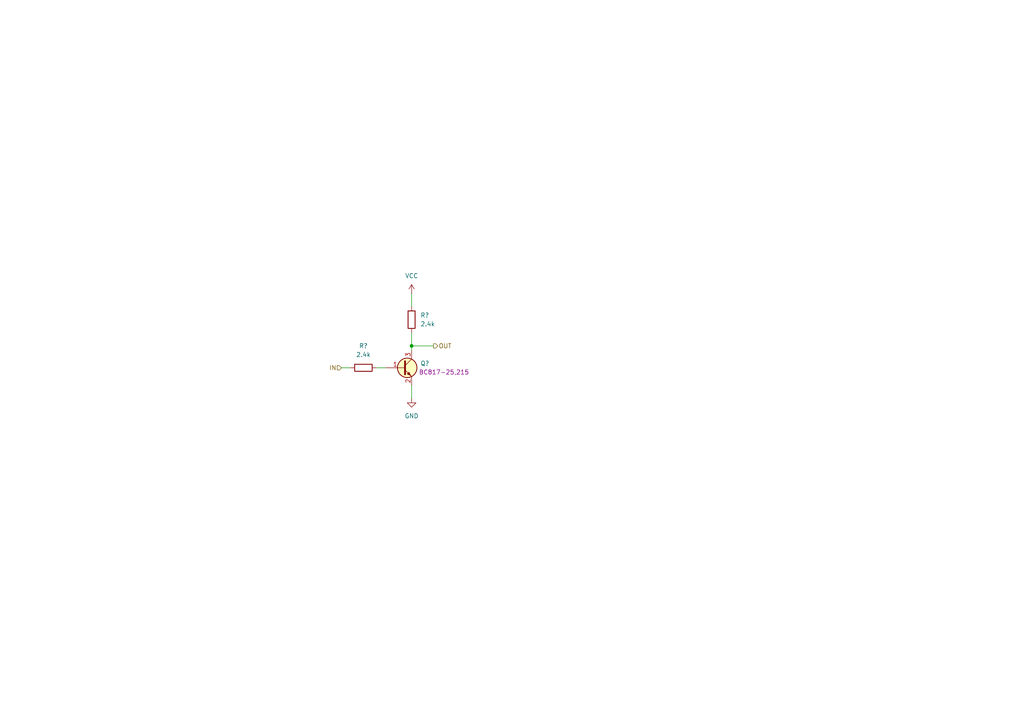
<source format=kicad_sch>
(kicad_sch
	(version 20250114)
	(generator "eeschema")
	(generator_version "9.0")
	(uuid "4b213d43-65a5-48d4-819b-9eb52831a2f5")
	(paper "A4")
	(lib_symbols
		(symbol "Resistor_AKL:R_0603"
			(pin_numbers
				(hide yes)
			)
			(pin_names
				(offset 0)
			)
			(exclude_from_sim no)
			(in_bom yes)
			(on_board yes)
			(property "Reference" "R"
				(at 2.54 1.27 0)
				(effects
					(font
						(size 1.27 1.27)
					)
					(justify left)
				)
			)
			(property "Value" "R_0603"
				(at 2.54 -1.27 0)
				(effects
					(font
						(size 1.27 1.27)
					)
					(justify left)
				)
			)
			(property "Footprint" "Resistor_SMD_AKL:R_0603_1608Metric"
				(at 0 -11.43 0)
				(effects
					(font
						(size 1.27 1.27)
					)
					(hide yes)
				)
			)
			(property "Datasheet" "~"
				(at 0 0 0)
				(effects
					(font
						(size 1.27 1.27)
					)
					(hide yes)
				)
			)
			(property "Description" "SMD 0603 Chip Resistor, European Symbol, Alternate KiCad Library"
				(at 0 0 0)
				(effects
					(font
						(size 1.27 1.27)
					)
					(hide yes)
				)
			)
			(property "ki_keywords" "R res resistor eu SMD 0603"
				(at 0 0 0)
				(effects
					(font
						(size 1.27 1.27)
					)
					(hide yes)
				)
			)
			(property "ki_fp_filters" "R_*"
				(at 0 0 0)
				(effects
					(font
						(size 1.27 1.27)
					)
					(hide yes)
				)
			)
			(symbol "R_0603_0_1"
				(rectangle
					(start -1.016 2.54)
					(end 1.016 -2.54)
					(stroke
						(width 0.254)
						(type default)
					)
					(fill
						(type none)
					)
				)
			)
			(symbol "R_0603_0_2"
				(polyline
					(pts
						(xy -2.54 -2.54) (xy -1.524 -1.524)
					)
					(stroke
						(width 0)
						(type default)
					)
					(fill
						(type none)
					)
				)
				(polyline
					(pts
						(xy 1.524 1.524) (xy 2.54 2.54)
					)
					(stroke
						(width 0)
						(type default)
					)
					(fill
						(type none)
					)
				)
				(polyline
					(pts
						(xy 1.524 1.524) (xy 0.889 2.159) (xy -2.159 -0.889) (xy -0.889 -2.159) (xy 2.159 0.889) (xy 1.524 1.524)
					)
					(stroke
						(width 0.254)
						(type default)
					)
					(fill
						(type none)
					)
				)
			)
			(symbol "R_0603_1_1"
				(pin passive line
					(at 0 3.81 270)
					(length 1.27)
					(name "~"
						(effects
							(font
								(size 1.27 1.27)
							)
						)
					)
					(number "1"
						(effects
							(font
								(size 1.27 1.27)
							)
						)
					)
				)
				(pin passive line
					(at 0 -3.81 90)
					(length 1.27)
					(name "~"
						(effects
							(font
								(size 1.27 1.27)
							)
						)
					)
					(number "2"
						(effects
							(font
								(size 1.27 1.27)
							)
						)
					)
				)
			)
			(symbol "R_0603_1_2"
				(pin passive line
					(at -2.54 -2.54 0)
					(length 0)
					(name ""
						(effects
							(font
								(size 1.27 1.27)
							)
						)
					)
					(number "2"
						(effects
							(font
								(size 1.27 1.27)
							)
						)
					)
				)
				(pin passive line
					(at 2.54 2.54 180)
					(length 0)
					(name ""
						(effects
							(font
								(size 1.27 1.27)
							)
						)
					)
					(number "1"
						(effects
							(font
								(size 1.27 1.27)
							)
						)
					)
				)
			)
			(embedded_fonts no)
		)
		(symbol "Transistor_BJT_AKL:BFN26"
			(pin_names
				(hide yes)
			)
			(exclude_from_sim no)
			(in_bom yes)
			(on_board yes)
			(property "Reference" "Q"
				(at 5.08 1.27 0)
				(effects
					(font
						(size 1.27 1.27)
					)
					(justify left)
				)
			)
			(property "Value" "BFN26"
				(at 5.08 -1.27 0)
				(effects
					(font
						(size 1.27 1.27)
					)
					(justify left)
				)
			)
			(property "Footprint" "Package_TO_SOT_SMD_AKL:SOT-23"
				(at 5.08 2.54 0)
				(effects
					(font
						(size 1.27 1.27)
					)
					(hide yes)
				)
			)
			(property "Datasheet" "https://www.tme.eu/Document/43310f91a0e397761035f1d1abdd24c6/BFN24.pdf"
				(at 0 0 0)
				(effects
					(font
						(size 1.27 1.27)
					)
					(hide yes)
				)
			)
			(property "Description" "NPN SOT-23 high voltage transistor, 300V, 200mA, 360mW, Alternate KiCAD Library"
				(at 0 0 0)
				(effects
					(font
						(size 1.27 1.27)
					)
					(hide yes)
				)
			)
			(property "ki_keywords" "transistor NPN BFN26"
				(at 0 0 0)
				(effects
					(font
						(size 1.27 1.27)
					)
					(hide yes)
				)
			)
			(symbol "BFN26_0_1"
				(polyline
					(pts
						(xy 0.635 1.905) (xy 0.635 -1.905) (xy 0.635 -1.905)
					)
					(stroke
						(width 0.508)
						(type default)
					)
					(fill
						(type none)
					)
				)
				(polyline
					(pts
						(xy 0.635 0.635) (xy 2.54 2.54)
					)
					(stroke
						(width 0)
						(type default)
					)
					(fill
						(type none)
					)
				)
				(polyline
					(pts
						(xy 0.635 -0.635) (xy 2.54 -2.54) (xy 2.54 -2.54)
					)
					(stroke
						(width 0)
						(type default)
					)
					(fill
						(type none)
					)
				)
				(circle
					(center 1.27 0)
					(radius 2.8194)
					(stroke
						(width 0.254)
						(type default)
					)
					(fill
						(type background)
					)
				)
				(polyline
					(pts
						(xy 1.27 -1.778) (xy 1.778 -1.27) (xy 2.286 -2.286) (xy 1.27 -1.778) (xy 1.27 -1.778)
					)
					(stroke
						(width 0)
						(type default)
					)
					(fill
						(type outline)
					)
				)
			)
			(symbol "BFN26_1_1"
				(pin input line
					(at -5.08 0 0)
					(length 5.715)
					(name "B"
						(effects
							(font
								(size 1.27 1.27)
							)
						)
					)
					(number "1"
						(effects
							(font
								(size 1.27 1.27)
							)
						)
					)
				)
				(pin passive line
					(at 2.54 5.08 270)
					(length 2.54)
					(name "C"
						(effects
							(font
								(size 1.27 1.27)
							)
						)
					)
					(number "3"
						(effects
							(font
								(size 1.27 1.27)
							)
						)
					)
				)
				(pin passive line
					(at 2.54 -5.08 90)
					(length 2.54)
					(name "E"
						(effects
							(font
								(size 1.27 1.27)
							)
						)
					)
					(number "2"
						(effects
							(font
								(size 1.27 1.27)
							)
						)
					)
				)
			)
			(embedded_fonts no)
		)
		(symbol "power:GND"
			(power)
			(pin_numbers
				(hide yes)
			)
			(pin_names
				(offset 0)
				(hide yes)
			)
			(exclude_from_sim no)
			(in_bom yes)
			(on_board yes)
			(property "Reference" "#PWR"
				(at 0 -6.35 0)
				(effects
					(font
						(size 1.27 1.27)
					)
					(hide yes)
				)
			)
			(property "Value" "GND"
				(at 0 -3.81 0)
				(effects
					(font
						(size 1.27 1.27)
					)
				)
			)
			(property "Footprint" ""
				(at 0 0 0)
				(effects
					(font
						(size 1.27 1.27)
					)
					(hide yes)
				)
			)
			(property "Datasheet" ""
				(at 0 0 0)
				(effects
					(font
						(size 1.27 1.27)
					)
					(hide yes)
				)
			)
			(property "Description" "Power symbol creates a global label with name \"GND\" , ground"
				(at 0 0 0)
				(effects
					(font
						(size 1.27 1.27)
					)
					(hide yes)
				)
			)
			(property "ki_keywords" "global power"
				(at 0 0 0)
				(effects
					(font
						(size 1.27 1.27)
					)
					(hide yes)
				)
			)
			(symbol "GND_0_1"
				(polyline
					(pts
						(xy 0 0) (xy 0 -1.27) (xy 1.27 -1.27) (xy 0 -2.54) (xy -1.27 -1.27) (xy 0 -1.27)
					)
					(stroke
						(width 0)
						(type default)
					)
					(fill
						(type none)
					)
				)
			)
			(symbol "GND_1_1"
				(pin power_in line
					(at 0 0 270)
					(length 0)
					(name "~"
						(effects
							(font
								(size 1.27 1.27)
							)
						)
					)
					(number "1"
						(effects
							(font
								(size 1.27 1.27)
							)
						)
					)
				)
			)
			(embedded_fonts no)
		)
		(symbol "power:VCC"
			(power)
			(pin_numbers
				(hide yes)
			)
			(pin_names
				(offset 0)
				(hide yes)
			)
			(exclude_from_sim no)
			(in_bom yes)
			(on_board yes)
			(property "Reference" "#PWR"
				(at 0 -3.81 0)
				(effects
					(font
						(size 1.27 1.27)
					)
					(hide yes)
				)
			)
			(property "Value" "VCC"
				(at 0 3.556 0)
				(effects
					(font
						(size 1.27 1.27)
					)
				)
			)
			(property "Footprint" ""
				(at 0 0 0)
				(effects
					(font
						(size 1.27 1.27)
					)
					(hide yes)
				)
			)
			(property "Datasheet" ""
				(at 0 0 0)
				(effects
					(font
						(size 1.27 1.27)
					)
					(hide yes)
				)
			)
			(property "Description" "Power symbol creates a global label with name \"VCC\""
				(at 0 0 0)
				(effects
					(font
						(size 1.27 1.27)
					)
					(hide yes)
				)
			)
			(property "ki_keywords" "global power"
				(at 0 0 0)
				(effects
					(font
						(size 1.27 1.27)
					)
					(hide yes)
				)
			)
			(symbol "VCC_0_1"
				(polyline
					(pts
						(xy -0.762 1.27) (xy 0 2.54)
					)
					(stroke
						(width 0)
						(type default)
					)
					(fill
						(type none)
					)
				)
				(polyline
					(pts
						(xy 0 2.54) (xy 0.762 1.27)
					)
					(stroke
						(width 0)
						(type default)
					)
					(fill
						(type none)
					)
				)
				(polyline
					(pts
						(xy 0 0) (xy 0 2.54)
					)
					(stroke
						(width 0)
						(type default)
					)
					(fill
						(type none)
					)
				)
			)
			(symbol "VCC_1_1"
				(pin power_in line
					(at 0 0 90)
					(length 0)
					(name "~"
						(effects
							(font
								(size 1.27 1.27)
							)
						)
					)
					(number "1"
						(effects
							(font
								(size 1.27 1.27)
							)
						)
					)
				)
			)
			(embedded_fonts no)
		)
	)
	(junction
		(at 119.38 100.33)
		(diameter 0)
		(color 0 0 0 0)
		(uuid "20b71592-0280-405a-8f1a-405a57739882")
	)
	(wire
		(pts
			(xy 119.38 111.76) (xy 119.38 115.57)
		)
		(stroke
			(width 0)
			(type default)
		)
		(uuid "202f734e-b817-4a40-90bf-6872809d17b1")
	)
	(wire
		(pts
			(xy 119.38 85.09) (xy 119.38 88.9)
		)
		(stroke
			(width 0)
			(type default)
		)
		(uuid "59000b81-6c7d-4fd6-b670-0375f3fa4bda")
	)
	(wire
		(pts
			(xy 119.38 100.33) (xy 119.38 101.6)
		)
		(stroke
			(width 0)
			(type default)
		)
		(uuid "a0208e94-f807-4860-afd8-6e102ef89bf5")
	)
	(wire
		(pts
			(xy 119.38 100.33) (xy 125.73 100.33)
		)
		(stroke
			(width 0)
			(type default)
		)
		(uuid "ad7490cd-26b6-4c77-a649-4253a0e3fbe5")
	)
	(wire
		(pts
			(xy 99.06 106.68) (xy 101.6 106.68)
		)
		(stroke
			(width 0)
			(type default)
		)
		(uuid "d07e2bd1-b9f9-4810-8f17-4cf8c29d98d8")
	)
	(wire
		(pts
			(xy 109.22 106.68) (xy 111.76 106.68)
		)
		(stroke
			(width 0)
			(type default)
		)
		(uuid "d6a475b9-1312-460d-9a87-311c1983d556")
	)
	(wire
		(pts
			(xy 119.38 96.52) (xy 119.38 100.33)
		)
		(stroke
			(width 0)
			(type default)
		)
		(uuid "eaea31ce-3c0f-4771-b693-54f317bcef28")
	)
	(hierarchical_label "OUT"
		(shape output)
		(at 125.73 100.33 0)
		(effects
			(font
				(size 1.27 1.27)
			)
			(justify left)
		)
		(uuid "8b3371dd-c8da-4d86-81db-3a130a5638ac")
	)
	(hierarchical_label "IN"
		(shape input)
		(at 99.06 106.68 180)
		(effects
			(font
				(size 1.27 1.27)
			)
			(justify right)
		)
		(uuid "f3cb4e31-958d-41c8-8f9f-e4d4153bedd4")
	)
	(symbol
		(lib_id "Resistor_AKL:R_0603")
		(at 119.38 92.71 180)
		(unit 1)
		(exclude_from_sim no)
		(in_bom yes)
		(on_board yes)
		(dnp no)
		(fields_autoplaced yes)
		(uuid "11803a00-5ee0-44ce-8679-2398d772e1fc")
		(property "Reference" "R?"
			(at 121.92 91.4399 0)
			(effects
				(font
					(size 1.27 1.27)
				)
				(justify right)
			)
		)
		(property "Value" "2.4k"
			(at 121.92 93.9799 0)
			(effects
				(font
					(size 1.27 1.27)
				)
				(justify right)
			)
		)
		(property "Footprint" "Resistor_SMD_AKL:R_0603_1608Metric"
			(at 119.38 81.28 0)
			(effects
				(font
					(size 1.27 1.27)
				)
				(hide yes)
			)
		)
		(property "Datasheet" "~"
			(at 119.38 92.71 0)
			(effects
				(font
					(size 1.27 1.27)
				)
				(hide yes)
			)
		)
		(property "Description" "SMD 0603 Chip Resistor, European Symbol, Alternate KiCad Library"
			(at 119.38 92.71 0)
			(effects
				(font
					(size 1.27 1.27)
				)
				(hide yes)
			)
		)
		(pin "2"
			(uuid "e8925024-ac02-4683-bf7b-19ab9773e0b6")
		)
		(pin "1"
			(uuid "af009c00-db21-436e-a6b6-d3fcbbf4dba6")
		)
		(instances
			(project "PLC4UNIPCB"
				(path "/20dd9fa8-33e5-4e01-8b4a-8cb5828152c9/ef44eee8-cd41-4527-92e2-6c408c0d0d91/c7b7dc21-09c9-4c48-b8ee-16ba36268465"
					(reference "R?")
					(unit 1)
				)
			)
		)
	)
	(symbol
		(lib_id "power:VCC")
		(at 119.38 85.09 0)
		(unit 1)
		(exclude_from_sim no)
		(in_bom yes)
		(on_board yes)
		(dnp no)
		(fields_autoplaced yes)
		(uuid "8505da0c-23d6-4ab8-8180-e464ea9c6155")
		(property "Reference" "#PWR015"
			(at 119.38 88.9 0)
			(effects
				(font
					(size 1.27 1.27)
				)
				(hide yes)
			)
		)
		(property "Value" "VCC"
			(at 119.38 80.01 0)
			(effects
				(font
					(size 1.27 1.27)
				)
			)
		)
		(property "Footprint" ""
			(at 119.38 85.09 0)
			(effects
				(font
					(size 1.27 1.27)
				)
				(hide yes)
			)
		)
		(property "Datasheet" ""
			(at 119.38 85.09 0)
			(effects
				(font
					(size 1.27 1.27)
				)
				(hide yes)
			)
		)
		(property "Description" "Power symbol creates a global label with name \"VCC\""
			(at 119.38 85.09 0)
			(effects
				(font
					(size 1.27 1.27)
				)
				(hide yes)
			)
		)
		(pin "1"
			(uuid "ec1bb527-1b90-4542-94b9-c0592825d261")
		)
		(instances
			(project "PLC4UNIPCB"
				(path "/20dd9fa8-33e5-4e01-8b4a-8cb5828152c9/ef44eee8-cd41-4527-92e2-6c408c0d0d91/c7b7dc21-09c9-4c48-b8ee-16ba36268465"
					(reference "#PWR015")
					(unit 1)
				)
			)
		)
	)
	(symbol
		(lib_id "Resistor_AKL:R_0603")
		(at 105.41 106.68 90)
		(unit 1)
		(exclude_from_sim no)
		(in_bom yes)
		(on_board yes)
		(dnp no)
		(fields_autoplaced yes)
		(uuid "dd5e0215-cc49-45de-8dbc-ce4584bf8f15")
		(property "Reference" "R?"
			(at 105.41 100.33 90)
			(effects
				(font
					(size 1.27 1.27)
				)
			)
		)
		(property "Value" "2.4k"
			(at 105.41 102.87 90)
			(effects
				(font
					(size 1.27 1.27)
				)
			)
		)
		(property "Footprint" "Resistor_SMD_AKL:R_0603_1608Metric"
			(at 116.84 106.68 0)
			(effects
				(font
					(size 1.27 1.27)
				)
				(hide yes)
			)
		)
		(property "Datasheet" "~"
			(at 105.41 106.68 0)
			(effects
				(font
					(size 1.27 1.27)
				)
				(hide yes)
			)
		)
		(property "Description" "SMD 0603 Chip Resistor, European Symbol, Alternate KiCad Library"
			(at 105.41 106.68 0)
			(effects
				(font
					(size 1.27 1.27)
				)
				(hide yes)
			)
		)
		(pin "2"
			(uuid "7b514a9a-3bd3-4629-8f8c-7302fd804f05")
		)
		(pin "1"
			(uuid "a30fa123-6a98-419d-9907-4bbe0ff3e8e6")
		)
		(instances
			(project "PLC4UNIPCB"
				(path "/20dd9fa8-33e5-4e01-8b4a-8cb5828152c9/ef44eee8-cd41-4527-92e2-6c408c0d0d91/c7b7dc21-09c9-4c48-b8ee-16ba36268465"
					(reference "R?")
					(unit 1)
				)
			)
		)
	)
	(symbol
		(lib_id "Transistor_BJT_AKL:BFN26")
		(at 116.84 106.68 0)
		(unit 1)
		(exclude_from_sim no)
		(in_bom yes)
		(on_board yes)
		(dnp no)
		(uuid "edb657ff-cd1e-4fd0-a685-4ac97da7cfa1")
		(property "Reference" "Q?"
			(at 121.92 105.4099 0)
			(effects
				(font
					(size 1.27 1.27)
				)
				(justify left)
			)
		)
		(property "Value" "BFN26"
			(at 121.92 107.9499 0)
			(effects
				(font
					(size 1.27 1.27)
				)
				(justify left)
				(hide yes)
			)
		)
		(property "Footprint" "Package_TO_SOT_SMD_AKL:SOT-23"
			(at 121.92 104.14 0)
			(effects
				(font
					(size 1.27 1.27)
				)
				(hide yes)
			)
		)
		(property "Datasheet" "https://www.tme.eu/Document/43310f91a0e397761035f1d1abdd24c6/BFN24.pdf"
			(at 116.84 106.68 0)
			(effects
				(font
					(size 1.27 1.27)
				)
				(hide yes)
			)
		)
		(property "Description" "NPN SOT-23 high voltage transistor, 300V, 200mA, 360mW, Alternate KiCAD Library"
			(at 116.84 106.68 0)
			(effects
				(font
					(size 1.27 1.27)
				)
				(hide yes)
			)
		)
		(property "Part number" "BC817-25,215"
			(at 128.778 107.95 0)
			(effects
				(font
					(size 1.27 1.27)
				)
			)
		)
		(pin "1"
			(uuid "3dea80aa-026e-4dbf-865f-3feb86d12184")
		)
		(pin "2"
			(uuid "e7d0913d-1c51-4650-8bcc-77cfb5a261d5")
		)
		(pin "3"
			(uuid "9a9a38b7-ca5c-4068-b73c-cd6d694ff6ae")
		)
		(instances
			(project "PLC4UNIPCB"
				(path "/20dd9fa8-33e5-4e01-8b4a-8cb5828152c9/ef44eee8-cd41-4527-92e2-6c408c0d0d91/c7b7dc21-09c9-4c48-b8ee-16ba36268465"
					(reference "Q?")
					(unit 1)
				)
			)
		)
	)
	(symbol
		(lib_id "power:GND")
		(at 119.38 115.57 0)
		(unit 1)
		(exclude_from_sim no)
		(in_bom yes)
		(on_board yes)
		(dnp no)
		(fields_autoplaced yes)
		(uuid "f7d2b091-6a3d-4e4e-8688-42c938e23ccb")
		(property "Reference" "#PWR016"
			(at 119.38 121.92 0)
			(effects
				(font
					(size 1.27 1.27)
				)
				(hide yes)
			)
		)
		(property "Value" "GND"
			(at 119.38 120.65 0)
			(effects
				(font
					(size 1.27 1.27)
				)
			)
		)
		(property "Footprint" ""
			(at 119.38 115.57 0)
			(effects
				(font
					(size 1.27 1.27)
				)
				(hide yes)
			)
		)
		(property "Datasheet" ""
			(at 119.38 115.57 0)
			(effects
				(font
					(size 1.27 1.27)
				)
				(hide yes)
			)
		)
		(property "Description" "Power symbol creates a global label with name \"GND\" , ground"
			(at 119.38 115.57 0)
			(effects
				(font
					(size 1.27 1.27)
				)
				(hide yes)
			)
		)
		(pin "1"
			(uuid "dc10a0b6-eb34-4ce1-b94d-c0406a06c841")
		)
		(instances
			(project "PLC4UNIPCB"
				(path "/20dd9fa8-33e5-4e01-8b4a-8cb5828152c9/ef44eee8-cd41-4527-92e2-6c408c0d0d91/c7b7dc21-09c9-4c48-b8ee-16ba36268465"
					(reference "#PWR016")
					(unit 1)
				)
			)
		)
	)
)

</source>
